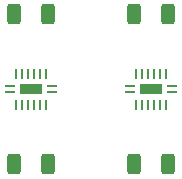
<source format=gbr>
%TF.GenerationSoftware,KiCad,Pcbnew,(6.0.0)*%
%TF.CreationDate,2022-04-20T12:25:39-04:00*%
%TF.ProjectId,7_seg,375f7365-672e-46b6-9963-61645f706362,rev?*%
%TF.SameCoordinates,Original*%
%TF.FileFunction,Paste,Bot*%
%TF.FilePolarity,Positive*%
%FSLAX46Y46*%
G04 Gerber Fmt 4.6, Leading zero omitted, Abs format (unit mm)*
G04 Created by KiCad (PCBNEW (6.0.0)) date 2022-04-20 12:25:39*
%MOMM*%
%LPD*%
G01*
G04 APERTURE LIST*
G04 Aperture macros list*
%AMRoundRect*
0 Rectangle with rounded corners*
0 $1 Rounding radius*
0 $2 $3 $4 $5 $6 $7 $8 $9 X,Y pos of 4 corners*
0 Add a 4 corners polygon primitive as box body*
4,1,4,$2,$3,$4,$5,$6,$7,$8,$9,$2,$3,0*
0 Add four circle primitives for the rounded corners*
1,1,$1+$1,$2,$3*
1,1,$1+$1,$4,$5*
1,1,$1+$1,$6,$7*
1,1,$1+$1,$8,$9*
0 Add four rect primitives between the rounded corners*
20,1,$1+$1,$2,$3,$4,$5,0*
20,1,$1+$1,$4,$5,$6,$7,0*
20,1,$1+$1,$6,$7,$8,$9,0*
20,1,$1+$1,$8,$9,$2,$3,0*%
G04 Aperture macros list end*
%ADD10RoundRect,0.250000X0.312500X0.625000X-0.312500X0.625000X-0.312500X-0.625000X0.312500X-0.625000X0*%
%ADD11R,0.900000X0.240000*%
%ADD12R,0.240000X0.900000*%
%ADD13R,1.900000X0.900000*%
G04 APERTURE END LIST*
D10*
%TO.C,R4*%
X129732500Y-81280000D03*
X126807500Y-81280000D03*
%TD*%
%TO.C,R3*%
X119572500Y-81280000D03*
X116647500Y-81280000D03*
%TD*%
%TO.C,R2*%
X129732500Y-93980000D03*
X126807500Y-93980000D03*
%TD*%
%TO.C,R1*%
X119572500Y-93980000D03*
X116647500Y-93980000D03*
%TD*%
D11*
%TO.C,IC2*%
X130070000Y-87880000D03*
D12*
X129520000Y-88930000D03*
X129020000Y-88930000D03*
X128520000Y-88930000D03*
X128020000Y-88930000D03*
X127520000Y-88930000D03*
X127020000Y-88930000D03*
D11*
X126470000Y-87880000D03*
X126470000Y-87380000D03*
D12*
X127020000Y-86330000D03*
X127520000Y-86330000D03*
X128020000Y-86330000D03*
X128520000Y-86330000D03*
X129020000Y-86330000D03*
X129520000Y-86330000D03*
D11*
X130070000Y-87380000D03*
D13*
X128270000Y-87630000D03*
%TD*%
D11*
%TO.C,IC1*%
X119910000Y-87880000D03*
D12*
X119360000Y-88930000D03*
X118860000Y-88930000D03*
X118360000Y-88930000D03*
X117860000Y-88930000D03*
X117360000Y-88930000D03*
X116860000Y-88930000D03*
D11*
X116310000Y-87880000D03*
X116310000Y-87380000D03*
D12*
X116860000Y-86330000D03*
X117360000Y-86330000D03*
X117860000Y-86330000D03*
X118360000Y-86330000D03*
X118860000Y-86330000D03*
X119360000Y-86330000D03*
D11*
X119910000Y-87380000D03*
D13*
X118110000Y-87630000D03*
%TD*%
M02*

</source>
